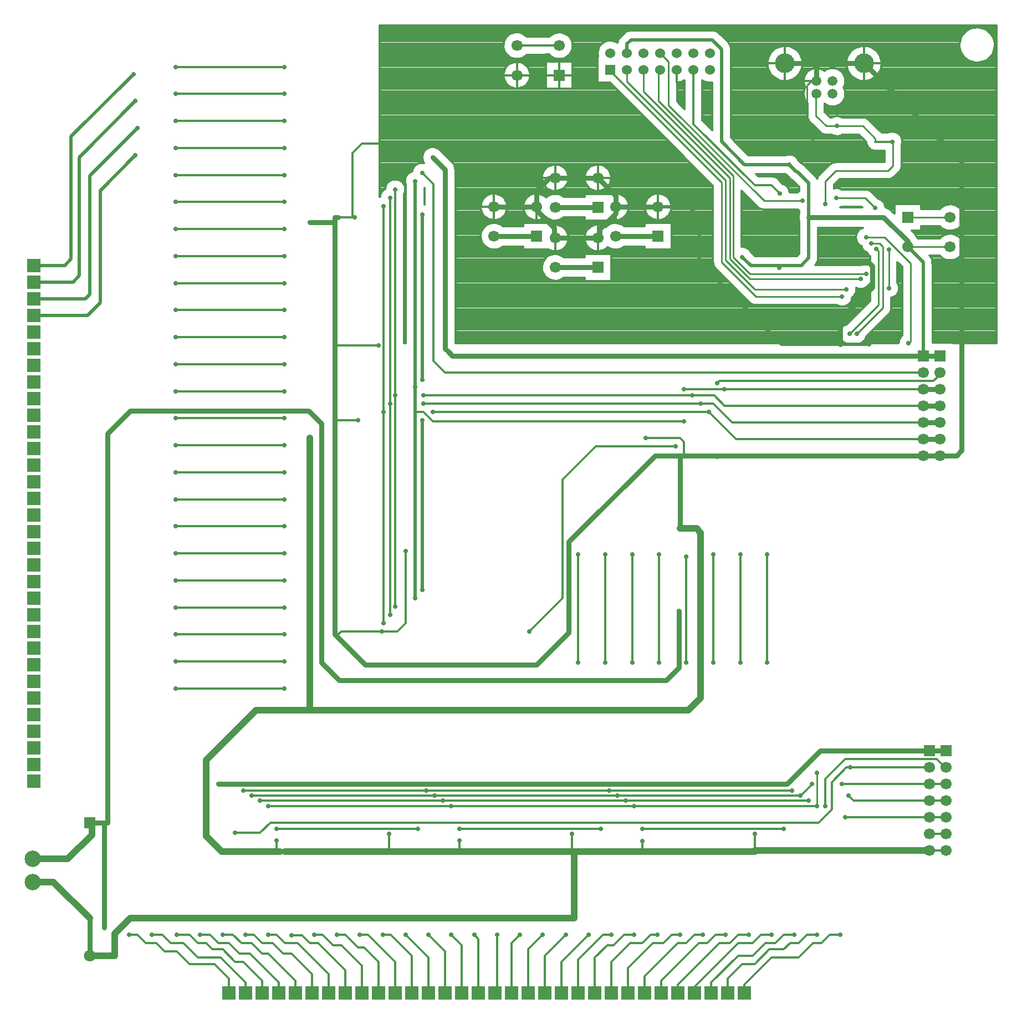
<source format=gbr>
G04 DipTrace 2.4.0.2*
%INBottom.gbr*%
%MOMM*%
%ADD10C,0.25*%
%ADD14C,0.5*%
%ADD15C,0.35*%
%ADD16C,0.75*%
%ADD17C,1.0*%
%ADD18C,0.33*%
%ADD25R,1.7X1.7*%
%ADD26C,1.7*%
%ADD27C,1.5*%
%ADD28C,3.0*%
%ADD31R,1.524X1.524*%
%ADD32C,1.524*%
%ADD33R,2.0X2.0*%
%ADD34C,1.8*%
%ADD35R,1.8X1.8*%
%ADD36C,2.5*%
%ADD45C,0.7*%
%FSLAX53Y53*%
G04*
G71*
G90*
G75*
G01*
%LNBottom*%
%LPD*%
X8890Y119380D2*
D14*
X13653D1*
X14605Y120332D1*
Y139065D1*
X24130Y148590D1*
X68263Y69850D2*
Y95726D1*
X66675Y8255D2*
D15*
Y13970D1*
X63468Y17177D1*
X62232D1*
X56515Y8255D2*
Y11748D1*
X52388Y15875D1*
X51118D1*
X49879Y17113D1*
X48262D1*
X53975Y8255D2*
Y11112D1*
X49213Y15875D1*
X47308D1*
X46038Y17145D1*
X44770D1*
X102235Y8255D2*
Y10795D1*
X107315Y15875D1*
X108585D1*
X109847Y17137D1*
X111127D1*
X8890Y111760D2*
D14*
X17145D1*
X19050Y113665D1*
Y130810D1*
X24448Y136208D1*
X8890Y114300D2*
X16828D1*
X17463Y114935D1*
Y133032D1*
X24765Y140335D1*
X8890Y116840D2*
X14923D1*
X15875Y117793D1*
Y135890D1*
X24448Y144463D1*
X68263Y101918D2*
Y127159D1*
X106998Y91758D2*
D15*
X94774D1*
X89694Y86677D1*
Y68580D1*
X84614Y63500D1*
X19685Y18256D2*
D16*
Y34290D1*
X20161D1*
Y93663D1*
X23654Y97155D1*
X38520D1*
X17463Y34290D2*
X19685D1*
X107461Y66618D2*
Y57931D1*
X105569Y56039D1*
X55562D1*
X52864Y58738D1*
Y95250D1*
X50959Y97155D1*
X38520D1*
X8731Y28734D2*
D17*
X14129D1*
X17780Y32385D1*
Y33973D1*
X17463Y34290D1*
X147320Y103028D2*
D15*
Y102711D1*
X146368Y101759D1*
X113665D1*
X113348Y101441D1*
X79695Y17155D2*
Y8575D1*
X79375Y8255D1*
X76835D2*
Y16512D1*
X76202Y17145D1*
X74295Y8255D2*
Y15560D1*
X72710Y17145D1*
X71755Y8255D2*
Y14637D1*
X69217Y17175D1*
X69215Y8255D2*
Y13655D1*
X65725Y17145D1*
X64135Y8255D2*
Y13018D1*
X59977Y17175D1*
X58740D1*
X61595Y8255D2*
Y13018D1*
X59373Y15240D1*
X58420D1*
X56515Y17145D1*
X55247D1*
X59055Y8255D2*
Y12383D1*
X55880Y15557D1*
X54610D1*
X53039Y17128D1*
X51755D1*
X85725Y123825D2*
D16*
X79225D1*
X51435Y8255D2*
D15*
Y11112D1*
X48260Y14288D1*
X46990D1*
X45403Y15875D1*
X43815D1*
X42545Y17145D1*
X41277D1*
X48895Y8255D2*
Y10160D1*
X44768Y14288D1*
X43815D1*
X42227Y15875D1*
X40640D1*
X39360Y17155D1*
X37785D1*
X46355Y8255D2*
Y9843D1*
X41910Y14288D1*
X40322D1*
X38735Y15875D1*
X37148D1*
X35877Y17145D1*
X34292D1*
X43815Y8255D2*
Y10160D1*
X40958Y13018D1*
X39688D1*
X37782Y14923D1*
X36195D1*
X35242Y15875D1*
X33973D1*
X32703Y17145D1*
X30800D1*
X41275Y8255D2*
Y9843D1*
X37465Y13653D1*
X33973D1*
X31750Y15875D1*
X29845D1*
X28575Y17145D1*
X26990D1*
X38735Y8255D2*
Y10478D1*
X36512Y12700D1*
X32703D1*
X30798Y14605D1*
X28893D1*
X27623Y15875D1*
X26035D1*
X24765Y17145D1*
X23497D1*
X81915Y8255D2*
Y15873D1*
X83187Y17145D1*
X84455Y8255D2*
Y14920D1*
X86680Y17145D1*
X86995Y8255D2*
Y13968D1*
X90172Y17145D1*
X89535Y8255D2*
Y13015D1*
X93665Y17145D1*
X92075Y8255D2*
Y13335D1*
X95892Y17152D1*
X97157D1*
X94615Y8255D2*
Y13653D1*
X96520Y15557D1*
X97473D1*
X99060Y17145D1*
X100650D1*
X97155Y8255D2*
Y13018D1*
X100013Y15875D1*
X101918D1*
X103188Y17145D1*
X104142D1*
X99695Y8255D2*
Y12065D1*
X103505Y15875D1*
X105093D1*
X106362Y17145D1*
X107635D1*
X104775Y8255D2*
Y10160D1*
X110490Y15875D1*
X111760D1*
X113030Y17145D1*
X114620D1*
X107315Y8255D2*
Y9525D1*
X113665Y15875D1*
X115252D1*
X116542Y17165D1*
X118112D1*
X109855Y8255D2*
Y9208D1*
X116522Y15875D1*
X118745D1*
X120015Y17145D1*
X121605D1*
X112395Y8255D2*
Y9843D1*
X116522Y13970D1*
X118745D1*
X120650Y15875D1*
X122237D1*
X123498Y17136D1*
X125097D1*
X114935Y8255D2*
Y10478D1*
X117158Y12700D1*
X119062D1*
X121285Y14923D1*
X123508D1*
X124460Y15875D1*
X125730D1*
X127000Y17145D1*
X128587D1*
X117475Y8255D2*
Y9525D1*
X121603Y13653D1*
X125730D1*
X127953Y15875D1*
X129222D1*
X130493Y17145D1*
X132083D1*
X148273Y42704D2*
Y42545D1*
X146844Y43974D1*
X132874D1*
X129857Y40958D1*
Y36830D1*
X123508Y33338D2*
X101918D1*
X95567D2*
X73978D1*
X67627D2*
X46038D1*
X142413Y126695D2*
D10*
X148913D1*
X95091Y128270D2*
D16*
X88591D1*
X97799Y123825D2*
X104299D1*
X88591Y119062D2*
X95091D1*
X30640Y149695D2*
D15*
X47155D1*
X30640Y145562D2*
X47155D1*
X30640Y141435D2*
X47155D1*
X30640Y137308D2*
X47155D1*
X30640Y133180D2*
X47155D1*
X30640Y129053D2*
X47155D1*
X30640Y124925D2*
X47155D1*
X30640Y120803D2*
X47155D1*
X30640Y116665D2*
X47155D1*
X30640Y112543D2*
X47155D1*
X30640Y108415D2*
X47155D1*
X30640Y104293D2*
X47155D1*
X30640Y100165D2*
X47155D1*
X30640Y96043D2*
X47155D1*
X30640Y91905D2*
X47155D1*
X30640Y87777D2*
X47155D1*
X30640Y83655D2*
X47155D1*
X30640Y79533D2*
X47155D1*
X30640Y75405D2*
X47155D1*
X30640Y71278D2*
X47155D1*
X30640Y67150D2*
X47155D1*
X30640Y63023D2*
X47155D1*
X30640Y58895D2*
X47155D1*
X30640Y54768D2*
X47155D1*
X92080Y58738D2*
Y75252D1*
X96207Y58738D2*
Y75252D1*
X100330Y58738D2*
Y75252D1*
X104462Y58738D2*
Y75252D1*
X108590Y58738D2*
Y74925D1*
X112718Y58738D2*
Y75252D1*
X116845Y58738D2*
Y75252D1*
X120973Y58738D2*
Y75252D1*
X145732Y45244D2*
D16*
X148273D1*
X37143Y40164D2*
X65088D1*
X93027D1*
X121075D1*
X123993D1*
X129073Y45244D1*
X148273D1*
X147320Y105568D2*
X144780D1*
Y105569D1*
X124735D1*
X104323D1*
X72845D1*
X72390Y106024D1*
X71755Y106659D1*
Y133985D1*
X69850Y135890D1*
X72390Y105886D2*
D14*
Y106024D1*
X148913Y122195D2*
D10*
X142413D1*
X144780Y105569D2*
D14*
Y119828D1*
X142413Y122195D1*
X117170Y120662D2*
X118506Y119325D1*
X122826D1*
X126152D1*
X127330Y120503D1*
Y126695D1*
Y131935D1*
X125586Y133679D1*
X125425D1*
X124312Y134792D1*
X117487D1*
X113994Y138285D1*
Y152415D1*
X112581Y153829D1*
X100171D1*
X99536Y153194D1*
Y151765D1*
X122826Y119015D2*
D10*
Y119325D1*
X142413Y122195D2*
D16*
Y123044D1*
X138762Y126695D1*
X127330D1*
X144780Y103029D2*
D15*
X71755D1*
X70009Y104775D1*
Y131763D1*
X68264Y133508D1*
X136062Y123679D2*
D10*
X138920D1*
X142875Y119724D1*
Y107788D1*
X142572Y107485D1*
X64135Y67310D2*
D15*
Y99561D1*
Y130969D1*
X109538Y99535D2*
X68421D1*
X147320Y97948D2*
D16*
X144780D1*
Y97949D1*
D15*
X114459D1*
X112873Y99535D1*
X109538D1*
X67151Y68580D2*
D14*
Y96996D1*
Y100805D1*
Y132239D1*
X108267Y95567D2*
D15*
X69850D1*
X68421Y96996D1*
X67151D1*
X144780Y100489D2*
D16*
X147320D1*
Y100488D1*
X144780Y100489D2*
D15*
X114436D1*
X108267D1*
X63341Y129698D2*
Y98266D1*
Y66040D1*
X110808Y98265D2*
X68421D1*
X144780Y95409D2*
D16*
X147320D1*
Y95408D1*
X144780Y95409D2*
D15*
X115570D1*
X112714Y98265D1*
X110808D1*
X139555Y121774D2*
D10*
Y115899D1*
X43498Y37624D2*
D15*
X71438D1*
X99382D1*
X127317D1*
X145732Y35084D2*
X148273D1*
X132874D1*
X136856Y122726D2*
D10*
X138126D1*
X138603Y122250D1*
Y112883D1*
X134634Y108913D1*
X39688Y32703D2*
D15*
X43498D1*
X45085Y34290D1*
X128776D1*
X130810Y36324D1*
Y40481D1*
X133032Y42704D1*
X133681D1*
X145732D1*
X137650Y121932D2*
D10*
X137968Y121615D1*
Y113359D1*
X133522Y108913D1*
X126048Y38417D2*
D15*
X98102D1*
X70183D1*
X42227D1*
X145732Y37624D2*
X148273D1*
X134144D1*
X133350Y38417D1*
X127794Y40164D2*
D10*
X126048Y38417D1*
X40958Y39211D2*
D15*
X68897D1*
X96818D1*
X124777D1*
X145732Y40164D2*
X148273D1*
X132397D1*
X145732Y30004D2*
X148273D1*
X46038Y31591D2*
Y30321D1*
X46514Y29845D1*
X47308D1*
D17*
X63223D1*
X73978D1*
X91123D1*
X91440D1*
X101918D1*
X119062D1*
Y30004D1*
X145732D1*
X73978Y31591D2*
D15*
Y29845D1*
X101918Y31433D2*
Y29845D1*
X35242Y36830D2*
D17*
Y32226D1*
X37624Y29845D1*
X46514D1*
X63183Y32544D2*
D15*
Y29885D1*
X63223Y29845D1*
X91123Y32544D2*
Y29845D1*
X119062Y32544D2*
Y30004D1*
X17463Y13970D2*
D16*
Y19685D1*
X147320Y90328D2*
X144780D1*
Y90329D1*
X57944Y126683D2*
D15*
X55404D1*
D16*
X54928D1*
Y125965D1*
Y107156D1*
Y95726D1*
Y63024D1*
X55192Y62760D1*
X59531Y58420D1*
X85725D1*
X90646Y63341D1*
Y77153D1*
X103823Y90329D1*
X107609D1*
X108267D1*
X113348D1*
X144780D1*
X51118Y125965D2*
X54928D1*
X58421Y95726D2*
D15*
X54928D1*
X62071Y63500D2*
X55932D1*
X55192Y62760D1*
X64934Y137949D2*
X59050D1*
X57626Y136525D1*
Y127000D1*
X57944Y126683D1*
X61595Y107156D2*
X54928D1*
X65728Y75719D2*
Y64775D1*
X64453Y63500D1*
X62071D1*
X102394Y93027D2*
X107633D1*
X108267Y92392D1*
Y90329D1*
X113348Y90170D2*
Y90329D1*
X107609Y79216D2*
D16*
Y90329D1*
Y79216D2*
D17*
X110173D1*
X110808Y78581D1*
Y53340D1*
X108902Y51435D1*
X51118D1*
X42863D1*
X35242Y43815D1*
Y36830D1*
X8731Y25234D2*
X11914D1*
X17463Y19685D1*
Y13970D2*
X21273D1*
Y17304D1*
X23654Y19685D1*
X91440D1*
Y29845D1*
X51118Y51435D2*
Y93027D1*
X128469Y147574D2*
D10*
X127730D1*
X127000Y146844D1*
Y139383D1*
X128588Y137795D1*
X131604D1*
X135890Y136525D2*
X132874D1*
X131604Y137795D1*
X127000Y136525D2*
X130334D1*
X131604Y137795D1*
X135745Y150225D2*
D16*
X128469D1*
X123680D1*
X128469Y147574D2*
Y150225D1*
X89217Y148431D2*
D15*
X82718D1*
X88591Y132770D2*
D16*
X95091D1*
X97799Y128325D2*
X104299D1*
X95091Y123562D2*
X88591D1*
X79225Y128325D2*
X85725D1*
Y127794D1*
X88424Y125095D1*
Y123730D1*
X88591Y123562D1*
X97799Y128325D2*
Y127326D1*
X95409Y124936D1*
Y123880D1*
X95091Y123562D1*
X97799Y128325D2*
Y130063D1*
X95091Y132770D1*
X88591D2*
X87685D1*
X85725Y130810D1*
Y128325D1*
X136539Y107326D2*
D14*
X132093D1*
X123179D1*
X110649Y119856D1*
Y126683D1*
X109006Y128325D1*
X104299D1*
X147320Y90328D2*
D16*
X149866D1*
X150669Y91132D1*
Y135300D1*
X135745Y150225D1*
X131661Y119754D2*
X136495D1*
X137015Y119233D1*
Y116058D1*
X132093Y111136D1*
Y107326D1*
X131534Y129667D2*
D10*
X135949D1*
X137491Y128124D1*
X136062Y118122D2*
X118281D1*
X115740Y120662D1*
Y133046D1*
X104309Y144477D1*
Y148918D1*
X104616Y149225D1*
X133046Y115740D2*
X119074D1*
X114629Y120186D1*
Y132411D1*
X99546Y147494D1*
Y149215D1*
X99536Y149225D1*
X132411Y114629D2*
X119233D1*
X113994Y119868D1*
Y132093D1*
X97006Y149081D1*
Y149215D1*
X96996Y149225D1*
X126378Y129236D2*
X120503D1*
X105897Y143842D1*
Y150484D1*
X104616Y151765D1*
X135269Y117328D2*
X118281D1*
X115264Y120345D1*
Y132728D1*
X102086Y145906D1*
Y149215D1*
X102076Y149225D1*
X131601Y140653D2*
X130016D1*
X128429Y142240D1*
Y145534D1*
X128469Y145574D1*
X140058Y138271D2*
D15*
X137477D1*
D10*
Y138748D1*
X135573Y140653D1*
X131601D1*
X129871Y128759D2*
Y132252D1*
X131458Y133840D1*
X139397D1*
X140190Y134634D1*
Y138271D1*
X140058D1*
X62389Y64770D2*
D15*
Y96995D1*
Y128429D1*
X112078Y96995D2*
X69850D1*
X147320Y92868D2*
D16*
X144780D1*
Y92869D1*
D15*
X116204D1*
X112078Y96995D1*
X128588Y36830D2*
X100633D1*
X72681D1*
X44768D1*
X145732Y32544D2*
X148273D1*
X128588Y41910D2*
D10*
Y36830D1*
X109696Y149225D2*
D15*
Y140970D1*
X119062Y131604D1*
X121628D1*
X122873Y130359D1*
X89217Y152931D2*
X82718D1*
D45*
X24130Y148590D3*
X68263Y69850D3*
Y95726D3*
X62232Y17177D3*
X48262Y17113D3*
X44770Y17145D3*
X111127Y17137D3*
X24448Y136208D3*
X24765Y140335D3*
X24448Y144463D3*
X68263Y101918D3*
Y127159D3*
X106998Y91758D3*
X84614Y63500D3*
X19685Y18256D3*
X38520Y97155D3*
X107461Y66618D3*
X38520Y97155D3*
X113348Y101441D3*
X79695Y17155D3*
X76202Y17145D3*
X72710D3*
X69217Y17175D3*
X65725Y17145D3*
X58740Y17175D3*
X55247Y17145D3*
X51755Y17128D3*
X41277Y17145D3*
X37785Y17155D3*
X34292Y17145D3*
X30800D3*
X26990D3*
X23497D3*
X83187D3*
X86680D3*
X90172D3*
X93665D3*
X97157Y17152D3*
X100650Y17145D3*
X104142D3*
X107635D3*
X114620D3*
X118112Y17165D3*
X121605Y17145D3*
X125097Y17136D3*
X128587Y17145D3*
X132083D3*
X129857Y36830D3*
X123508Y33338D3*
X101918D3*
X95567D3*
X73978D3*
X67627D3*
X46038D3*
X30640Y149695D3*
X47155D3*
X30640Y145562D3*
X47155D3*
X30640Y141435D3*
X47155D3*
X30640Y137308D3*
X47155D3*
X30640Y133180D3*
X47155D3*
X30640Y129053D3*
X47155D3*
X30640Y124925D3*
X47155D3*
X30640Y120803D3*
X47155D3*
X30640Y116665D3*
X47155D3*
X30640Y112543D3*
X47155D3*
X30640Y108415D3*
X47155D3*
X30640Y104293D3*
X47155D3*
X30640Y100165D3*
X47155D3*
X30640Y96043D3*
X47155D3*
X30640Y91905D3*
X47155D3*
X30640Y87777D3*
X47155D3*
X30640Y83655D3*
X47155D3*
X30640Y79533D3*
X47155D3*
X30640Y75405D3*
X47155D3*
X30640Y71278D3*
X47155D3*
X30640Y67150D3*
X47155D3*
X30640Y63023D3*
X47155D3*
X30640Y58895D3*
X47155D3*
X30640Y54768D3*
X47155D3*
X92080Y58738D3*
Y75252D3*
X96207Y58738D3*
Y75252D3*
X100330Y58738D3*
Y75252D3*
X104462Y58738D3*
Y75252D3*
X108590Y58738D3*
Y74925D3*
X112718Y58738D3*
Y75252D3*
X116845Y58738D3*
Y75252D3*
X120973Y58738D3*
Y75252D3*
X37143Y40164D3*
X65088D3*
X93027D3*
X121075D3*
X69850Y135890D3*
X72390Y105886D3*
X104323Y105569D3*
X121075Y40164D3*
X124735Y105569D3*
X117170Y120662D3*
X124312Y134792D3*
X122826Y119015D3*
X68264Y133508D3*
X136062Y123679D3*
X142572Y107485D3*
X64135Y67310D3*
Y130969D3*
Y99561D3*
X109538Y99535D3*
X68421D3*
X109538D3*
X67151Y68580D3*
Y132239D3*
Y100805D3*
X108267Y95567D3*
Y100489D3*
X114436D3*
X63341Y129698D3*
Y66040D3*
Y98266D3*
X110808Y98265D3*
X68421D3*
X110808D3*
X139555Y121774D3*
Y115899D3*
X43498Y37624D3*
X127317D3*
X132874Y35084D3*
X127317Y37624D3*
X99382D3*
X71438D3*
X136856Y122726D3*
X134634Y108913D3*
X132874Y35084D3*
X39688Y32703D3*
X137650Y121932D3*
X133522Y108913D3*
X133681Y42704D3*
X126048Y38417D3*
X42227D3*
X133350D3*
X98102D3*
X70183D3*
X127794Y40164D3*
X126048Y38417D3*
X40958Y39211D3*
X124777D3*
X132397Y40164D3*
X124777Y39211D3*
X96818D3*
X68897D3*
X46038Y31591D3*
X73978D3*
X101918Y31433D3*
X35242Y36830D3*
X63183Y32544D3*
X91123D3*
X119062D3*
X17463Y19685D3*
X57944Y126683D3*
X51118Y125965D3*
X58421Y95726D3*
X62071Y63500D3*
X64934Y137949D3*
X57944Y126683D3*
X61595Y107156D3*
X65728Y75719D3*
X62071Y63500D3*
X102394Y93027D3*
X113348Y90170D3*
X107609Y79216D3*
D3*
X35242Y36830D3*
X51118Y93027D3*
X131604Y137795D3*
X135890Y136525D3*
X127000D3*
X136539Y107326D3*
X131661Y119754D3*
X137491Y128124D3*
X131534Y129667D3*
X136062Y118122D3*
X133046Y115740D3*
X132411Y114629D3*
X126378Y129236D3*
X135269Y117328D3*
X131601Y140653D3*
X140058Y138271D3*
X131601Y140653D3*
X129871Y128759D3*
X140058Y138271D3*
X62389Y64770D3*
Y128429D3*
Y96995D3*
X112078D3*
X69850D3*
X112078D3*
X128588Y36830D3*
X44768D3*
X100633D3*
X72681D3*
X128588Y41910D3*
Y36830D3*
X122873Y130359D3*
D3*
X61805Y155688D2*
D15*
X152568D1*
X153502D2*
X156003D1*
X61805Y155342D2*
X151617D1*
X154454D2*
X156003D1*
X61805Y154995D2*
X99292D1*
X113460D2*
X151157D1*
X154913D2*
X156003D1*
X61805Y154648D2*
X81584D1*
X83852D2*
X88086D1*
X90349D2*
X98920D1*
X113832D2*
X150851D1*
X155219D2*
X156003D1*
X61805Y154302D2*
X81174D1*
X84262D2*
X87671D1*
X90759D2*
X98575D1*
X114176D2*
X150627D1*
X155444D2*
X156003D1*
X61805Y153955D2*
X80922D1*
X91016D2*
X98280D1*
X114526D2*
X150474D1*
X155597D2*
X156003D1*
X61805Y153608D2*
X80758D1*
X91175D2*
X96322D1*
X97672D2*
X98121D1*
X114871D2*
X150375D1*
X155695D2*
X156003D1*
X61805Y153262D2*
X80671D1*
X91262D2*
X95710D1*
X115194D2*
X150321D1*
X155750D2*
X156003D1*
X61805Y152915D2*
X80643D1*
X91290D2*
X95387D1*
X115380D2*
X150315D1*
X155755D2*
X156003D1*
X61805Y152568D2*
X80676D1*
X91257D2*
X95185D1*
X115462D2*
X122326D1*
X125032D2*
X134390D1*
X137096D2*
X150353D1*
X155717D2*
X156003D1*
X61805Y152222D2*
X80769D1*
X91164D2*
X95064D1*
X115467D2*
X121845D1*
X125513D2*
X133909D1*
X137583D2*
X150435D1*
X155635D2*
X156003D1*
X61805Y151875D2*
X80939D1*
X90994D2*
X95015D1*
X115467D2*
X121522D1*
X125836D2*
X133586D1*
X137900D2*
X150572D1*
X155493D2*
X156003D1*
X61805Y151528D2*
X81201D1*
X84230D2*
X87703D1*
X90732D2*
X95026D1*
X115467D2*
X121292D1*
X126066D2*
X133357D1*
X138130D2*
X150774D1*
X155296D2*
X156003D1*
X61805Y151182D2*
X81639D1*
X83798D2*
X88135D1*
X90300D2*
X95097D1*
X115467D2*
X121134D1*
X126230D2*
X133198D1*
X138294D2*
X151053D1*
X155017D2*
X156003D1*
X61805Y150835D2*
X95010D1*
X115467D2*
X121024D1*
X126334D2*
X133094D1*
X138398D2*
X151453D1*
X154618D2*
X156003D1*
X61805Y150488D2*
X95010D1*
X115467D2*
X120970D1*
X126388D2*
X133034D1*
X138458D2*
X152136D1*
X153934D2*
X156003D1*
X61805Y150142D2*
X81573D1*
X83863D2*
X87146D1*
X91290D2*
X95010D1*
X115467D2*
X120959D1*
X126405D2*
X133023D1*
X138469D2*
X156003D1*
X61805Y149795D2*
X81168D1*
X84268D2*
X87146D1*
X91290D2*
X95010D1*
X115467D2*
X120992D1*
X126366D2*
X133056D1*
X138436D2*
X156003D1*
X61805Y149448D2*
X80917D1*
X84519D2*
X87146D1*
X91290D2*
X95010D1*
X115467D2*
X121068D1*
X126290D2*
X127937D1*
X128997D2*
X130442D1*
X131496D2*
X133138D1*
X138354D2*
X156003D1*
X61805Y149102D2*
X80758D1*
X84678D2*
X87146D1*
X91290D2*
X95010D1*
X115467D2*
X121199D1*
X126159D2*
X127242D1*
X132196D2*
X133269D1*
X138223D2*
X156003D1*
X61805Y148755D2*
X80671D1*
X84766D2*
X87146D1*
X91290D2*
X95010D1*
X115467D2*
X121391D1*
X125967D2*
X126898D1*
X132541D2*
X133460D1*
X138031D2*
X156003D1*
X61805Y148408D2*
X80643D1*
X84793D2*
X87146D1*
X91290D2*
X95010D1*
X115467D2*
X121664D1*
X125699D2*
X126685D1*
X132754D2*
X133728D1*
X137763D2*
X156003D1*
X61805Y148062D2*
X80676D1*
X84760D2*
X87146D1*
X91290D2*
X95010D1*
X115467D2*
X122047D1*
X125311D2*
X126559D1*
X132880D2*
X134111D1*
X137375D2*
X156003D1*
X61805Y147715D2*
X80774D1*
X84662D2*
X87146D1*
X91290D2*
X95010D1*
X115467D2*
X122682D1*
X124676D2*
X126499D1*
X132940D2*
X134746D1*
X136746D2*
X156003D1*
X61805Y147368D2*
X80944D1*
X84492D2*
X87146D1*
X91290D2*
X95010D1*
X107789D2*
X108299D1*
X111098D2*
X111602D1*
X115467D2*
X126504D1*
X132929D2*
X156003D1*
X61805Y147022D2*
X81212D1*
X84224D2*
X87146D1*
X91290D2*
X97175D1*
X107248D2*
X108299D1*
X111098D2*
X112521D1*
X115467D2*
X126575D1*
X132863D2*
X156003D1*
X61805Y146675D2*
X81649D1*
X83787D2*
X87146D1*
X91290D2*
X97520D1*
X107248D2*
X108299D1*
X111098D2*
X112521D1*
X115467D2*
X126717D1*
X132721D2*
X156003D1*
X61805Y146328D2*
X97864D1*
X107248D2*
X108299D1*
X111098D2*
X112521D1*
X115467D2*
X126646D1*
X132792D2*
X156003D1*
X61805Y145982D2*
X98214D1*
X107248D2*
X108299D1*
X111098D2*
X112521D1*
X115467D2*
X126537D1*
X132901D2*
X156003D1*
X61805Y145635D2*
X98559D1*
X107248D2*
X108299D1*
X111098D2*
X112521D1*
X115467D2*
X126499D1*
X132940D2*
X156003D1*
X61805Y145288D2*
X98909D1*
X107248D2*
X108299D1*
X111098D2*
X112521D1*
X115467D2*
X126515D1*
X132923D2*
X156003D1*
X61805Y144942D2*
X99253D1*
X107248D2*
X108299D1*
X111098D2*
X112521D1*
X115467D2*
X126603D1*
X132836D2*
X156003D1*
X61805Y144595D2*
X99598D1*
X107248D2*
X108299D1*
X111098D2*
X112521D1*
X115467D2*
X126761D1*
X132677D2*
X156003D1*
X61805Y144248D2*
X99948D1*
X107384D2*
X108299D1*
X111098D2*
X112521D1*
X115467D2*
X127018D1*
X132420D2*
X156003D1*
X61805Y143902D2*
X100292D1*
X107729D2*
X108299D1*
X111098D2*
X112521D1*
X115467D2*
X127078D1*
X129779D2*
X129955D1*
X131983D2*
X156003D1*
X61805Y143555D2*
X100637D1*
X108079D2*
X108299D1*
X111098D2*
X112521D1*
X115467D2*
X127078D1*
X129779D2*
X156003D1*
X61805Y143208D2*
X100987D1*
X111098D2*
X112521D1*
X115467D2*
X127078D1*
X129779D2*
X156003D1*
X61805Y142862D2*
X101332D1*
X111098D2*
X112521D1*
X115467D2*
X127078D1*
X129779D2*
X156003D1*
X61805Y142515D2*
X101682D1*
X111098D2*
X112521D1*
X115467D2*
X127078D1*
X130047D2*
X156003D1*
X61805Y142168D2*
X102026D1*
X111098D2*
X112521D1*
X115467D2*
X127084D1*
X130391D2*
X131300D1*
X131901D2*
X156003D1*
X61805Y141822D2*
X102371D1*
X111098D2*
X112521D1*
X115467D2*
X127149D1*
X136205D2*
X156003D1*
X61805Y141475D2*
X102721D1*
X111152D2*
X112521D1*
X115467D2*
X127324D1*
X136642D2*
X156003D1*
X61805Y141128D2*
X103065D1*
X111502D2*
X112521D1*
X115467D2*
X127647D1*
X136992D2*
X156003D1*
X61805Y140782D2*
X103415D1*
X111847D2*
X112521D1*
X115467D2*
X127992D1*
X137337D2*
X156003D1*
X61805Y140435D2*
X103760D1*
X112197D2*
X112521D1*
X115467D2*
X128342D1*
X137681D2*
X156003D1*
X61805Y140088D2*
X104104D1*
X115467D2*
X128686D1*
X138031D2*
X156003D1*
X61805Y139742D2*
X104454D1*
X115467D2*
X129036D1*
X138376D2*
X139569D1*
X140547D2*
X156003D1*
X61805Y139395D2*
X104799D1*
X115467D2*
X129599D1*
X141143D2*
X156003D1*
X61805Y139048D2*
X105149D1*
X115467D2*
X135282D1*
X141422D2*
X156003D1*
X61805Y138702D2*
X105493D1*
X115648D2*
X135631D1*
X141569D2*
X156003D1*
X61805Y138355D2*
X105838D1*
X115992D2*
X135976D1*
X141630D2*
X156003D1*
X61805Y138008D2*
X106188D1*
X116342D2*
X136102D1*
X141608D2*
X156003D1*
X61805Y137662D2*
X106532D1*
X116687D2*
X136222D1*
X141537D2*
X156003D1*
X61805Y137315D2*
X69170D1*
X70530D2*
X106877D1*
X117031D2*
X136468D1*
X141537D2*
X156003D1*
X61805Y136968D2*
X68683D1*
X71017D2*
X107227D1*
X117381D2*
X137042D1*
X141537D2*
X156003D1*
X61805Y136622D2*
X68431D1*
X71367D2*
X107571D1*
X117726D2*
X138842D1*
X141537D2*
X156003D1*
X61805Y136275D2*
X68300D1*
X71712D2*
X107921D1*
X118076D2*
X123863D1*
X124759D2*
X138842D1*
X141537D2*
X156003D1*
X61805Y135928D2*
X68251D1*
X72056D2*
X108266D1*
X125382D2*
X138842D1*
X141537D2*
X156003D1*
X61805Y135582D2*
X68284D1*
X72406D2*
X108610D1*
X125666D2*
X138842D1*
X141537D2*
X156003D1*
X61805Y135235D2*
X68393D1*
X72751D2*
X108960D1*
X125940D2*
X138842D1*
X141537D2*
X156003D1*
X61805Y134888D2*
X67551D1*
X73068D2*
X109305D1*
X126399D2*
X130633D1*
X141537D2*
X156003D1*
X61805Y134542D2*
X67092D1*
X73254D2*
X87550D1*
X89633D2*
X94047D1*
X96135D2*
X109655D1*
X126793D2*
X130267D1*
X141537D2*
X156003D1*
X61805Y134195D2*
X66851D1*
X73341D2*
X87096D1*
X90087D2*
X93599D1*
X96584D2*
X109999D1*
X127137D2*
X129922D1*
X141466D2*
X156003D1*
X61805Y133848D2*
X66731D1*
X73352D2*
X86828D1*
X90355D2*
X93325D1*
X96857D2*
X110344D1*
X127487D2*
X129572D1*
X141280D2*
X156003D1*
X61805Y133502D2*
X66239D1*
X73352D2*
X86653D1*
X90530D2*
X93156D1*
X97026D2*
X110694D1*
X127832D2*
X129228D1*
X140952D2*
X156003D1*
X61805Y133155D2*
X65878D1*
X73352D2*
X86555D1*
X90628D2*
X93052D1*
X97130D2*
X111038D1*
X119476D2*
X123879D1*
X128182D2*
X128883D1*
X140607D2*
X156003D1*
X61805Y132808D2*
X65686D1*
X73352D2*
X86517D1*
X90666D2*
X93019D1*
X97163D2*
X111389D1*
X122303D2*
X124224D1*
X128510D2*
X128645D1*
X140246D2*
X156003D1*
X61805Y132462D2*
X63728D1*
X64542D2*
X65593D1*
X73352D2*
X86538D1*
X90639D2*
X93041D1*
X97141D2*
X111733D1*
X122735D2*
X124623D1*
X131972D2*
X156003D1*
X61805Y132115D2*
X63072D1*
X65198D2*
X65582D1*
X73352D2*
X86626D1*
X90557D2*
X93128D1*
X97059D2*
X112078D1*
X123080D2*
X125082D1*
X131627D2*
X156003D1*
X61805Y131768D2*
X62788D1*
X65483D2*
X65646D1*
X73352D2*
X86779D1*
X90404D2*
X93282D1*
X96901D2*
X112428D1*
X123528D2*
X125427D1*
X131277D2*
X156003D1*
X61805Y131422D2*
X62629D1*
X73352D2*
X87025D1*
X90158D2*
X93528D1*
X96655D2*
X112646D1*
X124020D2*
X125771D1*
X131217D2*
X156003D1*
X61805Y131075D2*
X62564D1*
X73352D2*
X87424D1*
X89759D2*
X93921D1*
X96261D2*
X112646D1*
X124272D2*
X125859D1*
X132191D2*
X156003D1*
X61805Y130728D2*
X62164D1*
X73352D2*
X112646D1*
X124403D2*
X125859D1*
X136757D2*
X156003D1*
X61805Y130382D2*
X61929D1*
X73352D2*
X112646D1*
X117091D2*
X117464D1*
X137129D2*
X156003D1*
X65532Y130035D2*
X65681D1*
X73352D2*
X78078D1*
X80369D2*
X84581D1*
X86871D2*
X87534D1*
X89649D2*
X93019D1*
X98946D2*
X103153D1*
X105443D2*
X112646D1*
X117091D2*
X117809D1*
X137473D2*
X156003D1*
X65532Y129688D2*
X65681D1*
X73352D2*
X77674D1*
X80773D2*
X84176D1*
X99351D2*
X102748D1*
X105848D2*
X112646D1*
X117091D2*
X118159D1*
X137818D2*
X156003D1*
X65532Y129342D2*
X65681D1*
X73352D2*
X77422D1*
X81025D2*
X83924D1*
X99602D2*
X102496D1*
X106099D2*
X112646D1*
X117091D2*
X118503D1*
X138469D2*
X156003D1*
X65532Y128995D2*
X65681D1*
X73352D2*
X77264D1*
X81183D2*
X83766D1*
X99761D2*
X102338D1*
X106258D2*
X112646D1*
X117091D2*
X118853D1*
X138797D2*
X156003D1*
X65532Y128648D2*
X65681D1*
X73352D2*
X77176D1*
X81271D2*
X83678D1*
X99848D2*
X102250D1*
X106345D2*
X112646D1*
X117091D2*
X119198D1*
X138972D2*
X140340D1*
X144484D2*
X148292D1*
X149532D2*
X156003D1*
X65532Y128302D2*
X65681D1*
X73352D2*
X77154D1*
X81298D2*
X83651D1*
X99870D2*
X102223D1*
X106373D2*
X112646D1*
X117091D2*
X119542D1*
X132278D2*
X135424D1*
X139054D2*
X140340D1*
X144484D2*
X147624D1*
X150205D2*
X156003D1*
X65532Y127955D2*
X65681D1*
X73352D2*
X77187D1*
X81266D2*
X83684D1*
X99837D2*
X102261D1*
X106340D2*
X112646D1*
X117091D2*
X120177D1*
X139721D2*
X140340D1*
X150549D2*
X156003D1*
X65532Y127608D2*
X65681D1*
X73352D2*
X77280D1*
X81167D2*
X83782D1*
X99744D2*
X102354D1*
X106241D2*
X112646D1*
X117091D2*
X125859D1*
X140093D2*
X140340D1*
X150773D2*
X156003D1*
X65532Y127262D2*
X65681D1*
X73352D2*
X77449D1*
X80998D2*
X83952D1*
X99575D2*
X102524D1*
X106072D2*
X112646D1*
X117091D2*
X125837D1*
X150905D2*
X156003D1*
X65532Y126915D2*
X65681D1*
X73352D2*
X77717D1*
X80735D2*
X84220D1*
X99307D2*
X102792D1*
X105804D2*
X112646D1*
X117091D2*
X125749D1*
X150976D2*
X156003D1*
X65532Y126568D2*
X65681D1*
X73352D2*
X78155D1*
X80292D2*
X84657D1*
X86794D2*
X87435D1*
X89748D2*
X93019D1*
X98869D2*
X103229D1*
X105366D2*
X112646D1*
X117091D2*
X125739D1*
X150981D2*
X156003D1*
X65532Y126222D2*
X65681D1*
X73352D2*
X112646D1*
X117091D2*
X125804D1*
X150932D2*
X156003D1*
X65532Y125875D2*
X65681D1*
X73352D2*
X112646D1*
X117091D2*
X125859D1*
X150817D2*
X156003D1*
X65532Y125528D2*
X65681D1*
X73352D2*
X78067D1*
X80380D2*
X83651D1*
X87801D2*
X88015D1*
X89168D2*
X94517D1*
X95665D2*
X96645D1*
X98952D2*
X102223D1*
X106373D2*
X112646D1*
X117091D2*
X125859D1*
X150620D2*
X156003D1*
X65532Y125182D2*
X65681D1*
X73352D2*
X77668D1*
X89862D2*
X93817D1*
X106373D2*
X112646D1*
X117091D2*
X125859D1*
X144484D2*
X147515D1*
X150314D2*
X156003D1*
X65532Y124835D2*
X65681D1*
X73352D2*
X77417D1*
X90218D2*
X93462D1*
X106373D2*
X112646D1*
X117091D2*
X125859D1*
X128805D2*
X135013D1*
X144484D2*
X148046D1*
X149784D2*
X156003D1*
X65532Y124488D2*
X65681D1*
X73352D2*
X77264D1*
X90442D2*
X93238D1*
X106373D2*
X112646D1*
X117091D2*
X125859D1*
X128805D2*
X134718D1*
X143216D2*
X156003D1*
X65532Y124142D2*
X65681D1*
X73352D2*
X77176D1*
X90579D2*
X93101D1*
X106373D2*
X112646D1*
X117091D2*
X125859D1*
X128805D2*
X134560D1*
X143560D2*
X148270D1*
X149554D2*
X156003D1*
X65532Y123795D2*
X65681D1*
X73352D2*
X77154D1*
X90650D2*
X93030D1*
X106373D2*
X112646D1*
X117091D2*
X125859D1*
X128805D2*
X134494D1*
X143817D2*
X147614D1*
X150210D2*
X156003D1*
X65532Y123448D2*
X65681D1*
X73352D2*
X77187D1*
X90661D2*
X93019D1*
X106373D2*
X112646D1*
X117091D2*
X125859D1*
X128805D2*
X134505D1*
X150555D2*
X156003D1*
X65532Y123102D2*
X65681D1*
X73352D2*
X77285D1*
X90612D2*
X93068D1*
X106373D2*
X112646D1*
X117091D2*
X125859D1*
X128805D2*
X134603D1*
X150773D2*
X156003D1*
X65532Y122755D2*
X65681D1*
X73352D2*
X77455D1*
X90497D2*
X93183D1*
X106373D2*
X112646D1*
X117091D2*
X125859D1*
X128805D2*
X134795D1*
X150910D2*
X156003D1*
X65532Y122408D2*
X65681D1*
X73352D2*
X77723D1*
X90305D2*
X93374D1*
X106373D2*
X112646D1*
X117091D2*
X125859D1*
X128805D2*
X135161D1*
X150976D2*
X156003D1*
X65532Y122062D2*
X65681D1*
X73352D2*
X78166D1*
X80281D2*
X83651D1*
X90005D2*
X93675D1*
X96507D2*
X96743D1*
X98859D2*
X102223D1*
X106373D2*
X112646D1*
X117841D2*
X125859D1*
X128805D2*
X135435D1*
X150981D2*
X156003D1*
X65532Y121715D2*
X65681D1*
X73352D2*
X87692D1*
X89491D2*
X94195D1*
X95987D2*
X112646D1*
X118327D2*
X125859D1*
X128805D2*
X135659D1*
X150932D2*
X156003D1*
X65532Y121368D2*
X65681D1*
X73352D2*
X112646D1*
X118573D2*
X125859D1*
X128805D2*
X136096D1*
X150812D2*
X156003D1*
X65532Y121022D2*
X65681D1*
X73352D2*
X87993D1*
X89190D2*
X93019D1*
X97163D2*
X112646D1*
X118880D2*
X125777D1*
X128805D2*
X136375D1*
X150615D2*
X156003D1*
X65532Y120675D2*
X65681D1*
X73352D2*
X87310D1*
X89873D2*
X93019D1*
X97163D2*
X112646D1*
X128805D2*
X136621D1*
X145977D2*
X147521D1*
X150309D2*
X156003D1*
X65532Y120328D2*
X65681D1*
X73352D2*
X86960D1*
X97163D2*
X112646D1*
X128794D2*
X136621D1*
X146163D2*
X148056D1*
X149767D2*
X156003D1*
X65532Y119982D2*
X65681D1*
X73352D2*
X86735D1*
X97163D2*
X112646D1*
X128707D2*
X136621D1*
X146245D2*
X156003D1*
X65532Y119635D2*
X65681D1*
X73352D2*
X86599D1*
X97163D2*
X112668D1*
X128510D2*
X135746D1*
X136374D2*
X136619D1*
X140902D2*
X141073D1*
X146256D2*
X156003D1*
X65532Y119288D2*
X65681D1*
X73352D2*
X86528D1*
X97163D2*
X112778D1*
X140902D2*
X141417D1*
X146256D2*
X156003D1*
X65532Y118942D2*
X65681D1*
X73352D2*
X86522D1*
X97163D2*
X113029D1*
X140902D2*
X141527D1*
X146256D2*
X156003D1*
X65532Y118595D2*
X65681D1*
X73352D2*
X86571D1*
X97163D2*
X113374D1*
X140902D2*
X141527D1*
X146256D2*
X156003D1*
X65532Y118248D2*
X65681D1*
X73352D2*
X86686D1*
X97163D2*
X113724D1*
X140902D2*
X141527D1*
X146256D2*
X156003D1*
X65532Y117902D2*
X65681D1*
X73352D2*
X86883D1*
X97163D2*
X114068D1*
X140902D2*
X141527D1*
X146256D2*
X156003D1*
X65532Y117555D2*
X65681D1*
X73352D2*
X87184D1*
X97163D2*
X114413D1*
X140902D2*
X141527D1*
X146256D2*
X156003D1*
X65532Y117208D2*
X65681D1*
X73352D2*
X87709D1*
X89474D2*
X93019D1*
X97163D2*
X114763D1*
X140902D2*
X141527D1*
X146256D2*
X156003D1*
X65532Y116862D2*
X65681D1*
X73352D2*
X115107D1*
X140902D2*
X141527D1*
X146256D2*
X156003D1*
X65532Y116515D2*
X65681D1*
X73352D2*
X115452D1*
X141001D2*
X141527D1*
X146256D2*
X156003D1*
X65532Y116168D2*
X65681D1*
X73352D2*
X115802D1*
X136314D2*
X136621D1*
X141105D2*
X141527D1*
X146256D2*
X156003D1*
X65532Y115822D2*
X65681D1*
X73352D2*
X116146D1*
X134619D2*
X134921D1*
X135619D2*
X136621D1*
X141126D2*
X141527D1*
X146256D2*
X156003D1*
X65532Y115475D2*
X65681D1*
X73352D2*
X116496D1*
X134597D2*
X136621D1*
X141072D2*
X141527D1*
X146256D2*
X156003D1*
X65532Y115128D2*
X65681D1*
X73352D2*
X116841D1*
X134493D2*
X136621D1*
X140924D2*
X141527D1*
X146256D2*
X156003D1*
X65532Y114782D2*
X65681D1*
X73352D2*
X117185D1*
X134285D2*
X136621D1*
X140651D2*
X141527D1*
X146256D2*
X156003D1*
X65532Y114435D2*
X65681D1*
X73352D2*
X117535D1*
X133973D2*
X136621D1*
X140066D2*
X141527D1*
X146256D2*
X156003D1*
X65532Y114088D2*
X65681D1*
X73352D2*
X117880D1*
X133886D2*
X136621D1*
X139951D2*
X141527D1*
X146256D2*
X156003D1*
X65532Y113742D2*
X65681D1*
X73352D2*
X118230D1*
X133705D2*
X136457D1*
X139951D2*
X141527D1*
X146256D2*
X156003D1*
X65532Y113395D2*
X65681D1*
X73352D2*
X118749D1*
X133366D2*
X136113D1*
X139951D2*
X141527D1*
X146256D2*
X156003D1*
X65532Y113048D2*
X65681D1*
X73352D2*
X135763D1*
X139951D2*
X141527D1*
X146256D2*
X156003D1*
X65532Y112702D2*
X65681D1*
X73352D2*
X135418D1*
X139940D2*
X141527D1*
X146256D2*
X156003D1*
X65532Y112355D2*
X65681D1*
X73352D2*
X135074D1*
X139841D2*
X141527D1*
X146256D2*
X156003D1*
X65532Y112008D2*
X65681D1*
X73352D2*
X134724D1*
X139617D2*
X141527D1*
X146256D2*
X156003D1*
X65532Y111662D2*
X65681D1*
X73352D2*
X134379D1*
X139273D2*
X141527D1*
X146256D2*
X156003D1*
X65532Y111315D2*
X65681D1*
X73352D2*
X134029D1*
X138928D2*
X141527D1*
X146256D2*
X156003D1*
X65532Y110968D2*
X65681D1*
X73352D2*
X133685D1*
X138583D2*
X141527D1*
X146256D2*
X156003D1*
X65532Y110622D2*
X65681D1*
X73352D2*
X133340D1*
X138234D2*
X141527D1*
X146256D2*
X156003D1*
X65532Y110275D2*
X65681D1*
X73352D2*
X132771D1*
X137889D2*
X141527D1*
X146256D2*
X156003D1*
X65532Y109928D2*
X65681D1*
X73352D2*
X132328D1*
X137539D2*
X141527D1*
X146256D2*
X156003D1*
X65532Y109582D2*
X65681D1*
X73352D2*
X132099D1*
X137194D2*
X141527D1*
X146256D2*
X156003D1*
X65532Y109235D2*
X65681D1*
X73352D2*
X131984D1*
X136850D2*
X141527D1*
X146256D2*
X156003D1*
X65532Y108888D2*
X65681D1*
X73352D2*
X131951D1*
X136500D2*
X141527D1*
X146256D2*
X156003D1*
X65532Y108542D2*
X65681D1*
X73352D2*
X131995D1*
X136161D2*
X141417D1*
X146256D2*
X156003D1*
X65532Y108195D2*
X65681D1*
X73352D2*
X132126D1*
X136030D2*
X141171D1*
X146256D2*
X156003D1*
X65532Y107848D2*
X65681D1*
X73352D2*
X132378D1*
X135778D2*
X141040D1*
X146256D2*
X156003D1*
X65532Y107502D2*
X65681D1*
X73352D2*
X132875D1*
X135280D2*
X140996D1*
X149395D2*
X156003D1*
X140549Y128734D2*
X144452D1*
Y128007D1*
X147351Y128009D1*
X147633Y128283D1*
X147923Y128478D1*
X148242Y128621D1*
X148581Y128707D1*
X148930Y128734D1*
X149278Y128701D1*
X149615Y128610D1*
X149932Y128462D1*
X150218Y128262D1*
X150467Y128016D1*
X150670Y127731D1*
X150821Y127416D1*
X150916Y127079D1*
X150952Y126732D1*
X150945Y126520D1*
X150885Y126176D1*
X150767Y125847D1*
X150595Y125543D1*
X150374Y125272D1*
X150109Y125044D1*
X149809Y124864D1*
X149483Y124738D1*
X149141Y124669D1*
X148791Y124660D1*
X148445Y124711D1*
X148113Y124820D1*
X147805Y124984D1*
X147529Y125199D1*
X147353Y125386D1*
X146638Y125381D1*
X144456D1*
X144452Y124656D1*
X143014D1*
X143519Y124150D1*
X143636Y124019D1*
X143737Y123877D1*
X143819Y123728D1*
X143970Y123511D1*
X147351Y123509D1*
X147633Y123783D1*
X147923Y123978D1*
X148242Y124121D1*
X148581Y124207D1*
X148930Y124234D1*
X149278Y124201D1*
X149615Y124110D1*
X149932Y123962D1*
X150218Y123762D1*
X150467Y123516D1*
X150670Y123231D1*
X150821Y122916D1*
X150916Y122579D1*
X150952Y122232D1*
X150945Y122020D1*
X150885Y121676D1*
X150767Y121347D1*
X150595Y121043D1*
X150374Y120772D1*
X150109Y120544D1*
X149809Y120364D1*
X149483Y120238D1*
X149141Y120169D1*
X148791Y120160D1*
X148445Y120211D1*
X148113Y120320D1*
X147805Y120484D1*
X147529Y120699D1*
X147353Y120886D1*
X146638Y120881D1*
X145758D1*
X145913Y120715D1*
X146013Y120571D1*
X146094Y120416D1*
X146155Y120252D1*
X146196Y120082D1*
X146212Y119974D1*
X146219Y119303D1*
Y107606D1*
X146819Y107608D1*
X149359Y107607D1*
Y107493D1*
X152530Y107490D1*
X156035D1*
Y156035D1*
X61770D1*
Y129834D1*
X61807Y129853D1*
X61858Y130108D1*
X61914Y130273D1*
X61989Y130431D1*
X62081Y130580D1*
X62189Y130718D1*
X62312Y130842D1*
X62449Y130951D1*
X62601Y131047D1*
X62615Y131208D1*
X62652Y131379D1*
X62708Y131544D1*
X62782Y131703D1*
X62874Y131851D1*
X62983Y131989D1*
X63106Y132113D1*
X63242Y132222D1*
X63390Y132316D1*
X63548Y132391D1*
X63713Y132449D1*
X63884Y132487D1*
X64058Y132506D1*
X64233Y132505D1*
X64406Y132484D1*
X64576Y132443D1*
X64741Y132383D1*
X64897Y132306D1*
X65044Y132210D1*
X65179Y132099D1*
X65301Y131974D1*
X65407Y131835D1*
X65497Y131685D1*
X65570Y131526D1*
X65624Y131359D1*
X65658Y131188D1*
X65674Y130969D1*
X65664Y130794D1*
X65634Y130622D1*
X65585Y130454D1*
X65499Y130259D1*
Y107491D1*
X65714Y107490D1*
X65712Y131698D1*
X65639Y131955D1*
X65616Y132129D1*
X65614Y132304D1*
X65631Y132478D1*
X65668Y132649D1*
X65724Y132814D1*
X65799Y132973D1*
X65891Y133121D1*
X65999Y133259D1*
X66122Y133383D1*
X66259Y133492D1*
X66407Y133586D1*
X66564Y133661D1*
X66735Y133720D1*
X66780Y133918D1*
X66836Y134083D1*
X66911Y134241D1*
X67003Y134390D1*
X67111Y134528D1*
X67235Y134652D1*
X67371Y134761D1*
X67519Y134854D1*
X67677Y134930D1*
X67842Y134988D1*
X68013Y135026D1*
X68186Y135045D1*
X68361Y135043D1*
X68551Y135019D1*
X68442Y135210D1*
X68374Y135372D1*
X68326Y135540D1*
X68296Y135712D1*
X68286Y135887D1*
X68295Y136061D1*
X68324Y136234D1*
X68372Y136402D1*
X68439Y136564D1*
X68523Y136717D1*
X68623Y136860D1*
X68739Y136991D1*
X68869Y137108D1*
X69011Y137210D1*
X69164Y137296D1*
X69325Y137363D1*
X69493Y137413D1*
X69665Y137443D1*
X69840Y137454D1*
X70015Y137445D1*
X70187Y137417D1*
X70356Y137370D1*
X70518Y137304D1*
X70671Y137221D1*
X70815Y137121D1*
X71080Y136872D1*
X72861Y135091D1*
X72978Y134960D1*
X73079Y134818D1*
X73163Y134665D1*
X73231Y134503D1*
X73279Y134335D1*
X73309Y134163D1*
X73319Y133810D1*
Y107489D1*
X132935Y107490D1*
X132666Y107634D1*
X132527Y107740D1*
X132400Y107860D1*
X132288Y107994D1*
X132191Y108140D1*
X132112Y108296D1*
X132051Y108460D1*
X132010Y108630D1*
X131987Y108804D1*
X131985Y108978D1*
X132002Y109152D1*
X132039Y109323D1*
X132095Y109489D1*
X132170Y109647D1*
X132262Y109796D1*
X132370Y109933D1*
X132493Y110058D1*
X132630Y110167D1*
X132778Y110260D1*
X132935Y110336D1*
X133159Y110407D1*
X136657Y113907D1*
X136654Y116509D1*
X136651Y116652D1*
X136566Y116499D1*
X136463Y116358D1*
X136345Y116228D1*
X136214Y116113D1*
X136070Y116014D1*
X135915Y115932D1*
X135753Y115867D1*
X135584Y115822D1*
X135411Y115796D1*
X135236Y115789D1*
X135062Y115803D1*
X134890Y115836D1*
X134723Y115889D1*
X134568Y115958D1*
X134585Y115740D1*
X134575Y115566D1*
X134545Y115393D1*
X134496Y115226D1*
X134428Y115064D1*
X134343Y114912D1*
X134240Y114770D1*
X134123Y114641D1*
X133941Y114491D1*
X133910Y114282D1*
X133861Y114114D1*
X133793Y113953D1*
X133708Y113800D1*
X133605Y113659D1*
X133488Y113529D1*
X133356Y113414D1*
X133212Y113315D1*
X133058Y113232D1*
X132895Y113168D1*
X132726Y113123D1*
X132553Y113097D1*
X132378Y113090D1*
X132204Y113104D1*
X132032Y113137D1*
X131865Y113190D1*
X131616Y113314D1*
X119233Y113315D1*
X119059Y113327D1*
X118887Y113361D1*
X118722Y113418D1*
X118566Y113497D1*
X118421Y113596D1*
X118180Y113824D1*
X113065Y118939D1*
X112950Y119071D1*
X112853Y119216D1*
X112777Y119374D1*
X112722Y119540D1*
X112689Y119712D1*
X112680Y120043D1*
Y131544D1*
X110714Y133515D1*
X96951Y147278D1*
X95272Y147274D1*
X95045D1*
Y151176D1*
X95138D1*
X95077Y151413D1*
X95045Y151761D1*
X95076Y152109D1*
X95168Y152446D1*
X95319Y152761D1*
X95524Y153045D1*
X95776Y153287D1*
X96067Y153480D1*
X96388Y153619D1*
X96728Y153698D1*
X97077Y153714D1*
X97424Y153669D1*
X97757Y153562D1*
X98065Y153397D1*
X98108Y153368D1*
X98140Y153540D1*
X98192Y153707D1*
X98264Y153866D1*
X98355Y154016D1*
X98421Y154103D1*
X98890Y154583D1*
X99285Y154962D1*
X99429Y155061D1*
X99584Y155142D1*
X99747Y155204D1*
X99917Y155245D1*
X100026Y155260D1*
X100696Y155268D1*
X112581D1*
X112755Y155257D1*
X112927Y155225D1*
X113094Y155173D1*
X113253Y155101D1*
X113403Y155010D1*
X113490Y154944D1*
X113969Y154475D1*
X115011Y153433D1*
X115127Y153302D1*
X115227Y153158D1*
X115308Y153003D1*
X115369Y152839D1*
X115410Y152669D1*
X115426Y152561D1*
X115433Y151890D1*
Y138880D1*
X118086Y136228D1*
X122037Y136231D1*
X123770D1*
X124060Y136311D1*
X124234Y136329D1*
X124409Y136328D1*
X124583Y136307D1*
X124753Y136267D1*
X124917Y136207D1*
X125074Y136129D1*
X125221Y136034D1*
X125356Y135923D1*
X125477Y135797D1*
X125584Y135658D1*
X125712Y135424D1*
X126130Y135009D1*
X126353Y134897D1*
X126495Y134794D1*
X126974Y134326D1*
X128348Y132952D1*
X128464Y132821D1*
X128566Y132672D1*
X128618Y132650D1*
X128682Y132812D1*
X128767Y132965D1*
X128941Y133181D1*
X130529Y134769D1*
X130661Y134884D1*
X130806Y134981D1*
X130964Y135057D1*
X131130Y135112D1*
X131302Y135144D1*
X131633Y135154D1*
X138857D1*
X138876Y135334D1*
Y136903D1*
X137958Y136907D1*
X137303Y136918D1*
X137131Y136952D1*
X136965Y137007D1*
X136808Y137083D1*
X136661Y137178D1*
X136528Y137292D1*
X136411Y137421D1*
X136311Y137565D1*
X136230Y137720D1*
X136170Y137884D1*
X136131Y138055D1*
X136115Y138256D1*
X135029Y139338D1*
X132402D1*
X132248Y139256D1*
X132085Y139192D1*
X131916Y139146D1*
X131744Y139120D1*
X131569Y139114D1*
X131394Y139127D1*
X131223Y139161D1*
X131056Y139213D1*
X130807Y139337D1*
X130016Y139339D1*
X129842Y139350D1*
X129670Y139385D1*
X129505Y139442D1*
X129349Y139521D1*
X129204Y139619D1*
X128963Y139847D1*
X127500Y141311D1*
X127384Y141442D1*
X127288Y141588D1*
X127211Y141745D1*
X127156Y141912D1*
X127124Y142083D1*
X127115Y142415D1*
X127111Y144190D1*
X126885Y144456D1*
X126710Y144758D1*
X126592Y145087D1*
X126535Y145432D1*
X126541Y145782D1*
X126610Y146125D1*
X126739Y146449D1*
X126806Y146568D1*
X126681Y146822D1*
X126601Y147054D1*
X126550Y147293D1*
X126530Y147537D1*
X126541Y147782D1*
X126583Y148023D1*
X126654Y148257D1*
X126755Y148480D1*
X126883Y148689D1*
X127036Y148880D1*
X127212Y149050D1*
X127408Y149197D1*
X127621Y149318D1*
X127848Y149411D1*
X128084Y149474D1*
X128327Y149508D1*
X128571Y149510D1*
X128815Y149482D1*
X129052Y149423D1*
X129281Y149335D1*
X129496Y149218D1*
X129720Y149055D1*
X129938Y149216D1*
X130249Y149374D1*
X130584Y149474D1*
X130931Y149512D1*
X131280Y149488D1*
X131619Y149401D1*
X131936Y149254D1*
X132222Y149053D1*
X132467Y148804D1*
X132664Y148515D1*
X132805Y148196D1*
X132887Y147856D1*
X132908Y147574D1*
X132876Y147226D1*
X132783Y146889D1*
X132627Y146570D1*
X132742Y146359D1*
X132854Y146028D1*
X132905Y145682D1*
X132900Y145399D1*
X132837Y145055D1*
X132714Y144728D1*
X132534Y144429D1*
X132303Y144166D1*
X132028Y143950D1*
X131719Y143786D1*
X131386Y143680D1*
X131040Y143636D1*
X130691Y143655D1*
X130351Y143736D1*
X130031Y143877D1*
X129746Y144070D1*
X129743Y142783D1*
X130561Y141966D1*
X130798D1*
X131014Y142075D1*
X131179Y142133D1*
X131350Y142171D1*
X131524Y142190D1*
X131699Y142188D1*
X131872Y142167D1*
X132043Y142127D1*
X132207Y142067D1*
X132396Y141969D1*
X135573Y141966D1*
X135747Y141955D1*
X135918Y141920D1*
X136084Y141863D1*
X136240Y141784D1*
X136384Y141686D1*
X136625Y141458D1*
X138447Y139633D1*
X139342Y139635D1*
X139636Y139751D1*
X139806Y139790D1*
X139980Y139808D1*
X140155Y139807D1*
X140329Y139786D1*
X140499Y139746D1*
X140663Y139686D1*
X140820Y139608D1*
X140967Y139513D1*
X141102Y139402D1*
X141223Y139276D1*
X141330Y139137D1*
X141420Y138987D1*
X141492Y138828D1*
X141546Y138662D1*
X141581Y138490D1*
X141597Y138271D1*
X141587Y138097D1*
X141557Y137924D1*
X141504Y137746D1*
Y134634D1*
X141493Y134459D1*
X141458Y134288D1*
X141401Y134122D1*
X141322Y133966D1*
X141224Y133822D1*
X140996Y133581D1*
X140326Y132911D1*
X140194Y132795D1*
X140048Y132699D1*
X139891Y132622D1*
X139725Y132567D1*
X139553Y132535D1*
X139222Y132526D1*
X131997D1*
X131185Y131708D1*
Y131164D1*
X131457Y131204D1*
X131631Y131203D1*
X131805Y131182D1*
X131975Y131141D1*
X132140Y131082D1*
X132328Y130983D1*
X135949Y130981D1*
X136123Y130969D1*
X136295Y130934D1*
X136460Y130877D1*
X136616Y130799D1*
X136761Y130700D1*
X137002Y130472D1*
X137856Y129618D1*
X138097Y129539D1*
X138254Y129461D1*
X138401Y129366D1*
X138536Y129255D1*
X138657Y129129D1*
X138764Y128990D1*
X138854Y128840D1*
X138926Y128681D1*
X138980Y128515D1*
X139024Y128240D1*
X139267Y128175D1*
X139429Y128110D1*
X139583Y128026D1*
X139727Y127926D1*
X139991Y127677D1*
X140374Y127295D1*
Y128734D1*
X140549D1*
X93227Y130309D2*
X97130D1*
Y130249D1*
X97329Y130309D1*
X97605Y130355D1*
X97885Y130362D1*
X98163Y130331D1*
X98434Y130262D1*
X98694Y130157D1*
X98936Y130017D1*
X99157Y129846D1*
X99352Y129646D1*
X99519Y129420D1*
X99652Y129175D1*
X99751Y128913D1*
X99813Y128640D1*
X99837Y128361D1*
X99823Y128081D1*
X99771Y127806D1*
X99681Y127541D1*
X99556Y127291D1*
X99398Y127060D1*
X99209Y126853D1*
X98995Y126674D1*
X98757Y126525D1*
X98502Y126411D1*
X98233Y126333D1*
X97956Y126292D1*
X97677Y126290D1*
X97399Y126326D1*
X97130Y126399D1*
Y126231D1*
X93052D1*
Y126707D1*
X89901Y126706D1*
X89641Y126522D1*
X89327Y126368D1*
X88991Y126271D1*
X88644Y126232D1*
X88295Y126253D1*
X87955Y126333D1*
X87633Y126470D1*
X87340Y126660D1*
X87133Y126847D1*
X86892Y126653D1*
X86652Y126509D1*
X86395Y126399D1*
X86125Y126326D1*
X85848Y126290D1*
X85568Y126292D1*
X85291Y126333D1*
X85023Y126411D1*
X84767Y126525D1*
X84530Y126673D1*
X84315Y126852D1*
X84127Y127059D1*
X83968Y127290D1*
X83843Y127540D1*
X83753Y127805D1*
X83701Y128080D1*
X83686Y128359D1*
X83710Y128638D1*
X83772Y128911D1*
X83871Y129173D1*
X84004Y129419D1*
X84170Y129644D1*
X84365Y129844D1*
X84586Y130016D1*
X84828Y130156D1*
X85087Y130262D1*
X85358Y130331D1*
X85636Y130362D1*
X85916Y130355D1*
X86192Y130310D1*
X86460Y130227D1*
X86713Y130109D1*
X86948Y129957D1*
X87160Y129774D1*
X87187Y129747D1*
X87452Y129961D1*
X87758Y130131D1*
X88088Y130246D1*
X88433Y130303D1*
X88782Y130300D1*
X89126Y130238D1*
X89455Y130117D1*
X89757Y129943D1*
X89901Y129833D1*
X93048Y129834D1*
X93052Y130309D1*
X93227D1*
X97130Y132735D2*
X97106Y132456D1*
X97044Y132183D1*
X96945Y131922D1*
X96812Y131676D1*
X96646Y131451D1*
X96451Y131250D1*
X96230Y131078D1*
X95987Y130939D1*
X95728Y130833D1*
X95457Y130764D1*
X95179Y130733D1*
X94899Y130740D1*
X94623Y130785D1*
X94356Y130868D1*
X94103Y130987D1*
X93868Y131139D1*
X93656Y131322D1*
X93471Y131532D1*
X93317Y131765D1*
X93196Y132018D1*
X93111Y132284D1*
X93063Y132560D1*
X93053Y132839D1*
X93082Y133118D1*
X93149Y133389D1*
X93252Y133649D1*
X93389Y133893D1*
X93559Y134115D1*
X93758Y134312D1*
X93981Y134481D1*
X94226Y134616D1*
X94487Y134717D1*
X94759Y134782D1*
X95038Y134808D1*
X95317Y134796D1*
X95593Y134746D1*
X95858Y134659D1*
X96110Y134536D1*
X96342Y134380D1*
X96551Y134194D1*
X96732Y133981D1*
X96882Y133745D1*
X96999Y133490D1*
X97079Y133223D1*
X97123Y132946D1*
X97130Y132735D1*
X90630D2*
X90606Y132456D1*
X90544Y132183D1*
X90445Y131922D1*
X90312Y131676D1*
X90146Y131451D1*
X89951Y131250D1*
X89730Y131078D1*
X89487Y130939D1*
X89228Y130833D1*
X88957Y130764D1*
X88679Y130733D1*
X88399Y130740D1*
X88123Y130785D1*
X87856Y130868D1*
X87603Y130987D1*
X87368Y131139D1*
X87156Y131322D1*
X86971Y131532D1*
X86817Y131765D1*
X86696Y132018D1*
X86611Y132284D1*
X86563Y132560D1*
X86553Y132839D1*
X86582Y133118D1*
X86649Y133389D1*
X86752Y133649D1*
X86889Y133893D1*
X87059Y134115D1*
X87258Y134312D1*
X87481Y134481D1*
X87726Y134616D1*
X87987Y134717D1*
X88259Y134782D1*
X88538Y134808D1*
X88817Y134796D1*
X89092Y134746D1*
X89358Y134659D1*
X89610Y134536D1*
X89842Y134380D1*
X90051Y134194D1*
X90232Y133981D1*
X90382Y133745D1*
X90499Y133490D1*
X90579Y133223D1*
X90623Y132946D1*
X90630Y132735D1*
X83861Y125864D2*
X87764D1*
Y125421D1*
X87888Y125476D1*
X88156Y125555D1*
X88433Y125595D1*
X88713Y125598D1*
X88990Y125562D1*
X89260Y125489D1*
X89517Y125379D1*
X89757Y125235D1*
X89975Y125060D1*
X90167Y124856D1*
X90330Y124628D1*
X90459Y124380D1*
X90553Y124117D1*
X90611Y123843D1*
X90630Y123562D1*
X90611Y123283D1*
X90554Y123010D1*
X90460Y122746D1*
X90330Y122498D1*
X90168Y122270D1*
X89976Y122066D1*
X89759Y121891D1*
X89519Y121747D1*
X89261Y121637D1*
X88991Y121563D1*
X88714Y121527D1*
X88434Y121530D1*
X88157Y121570D1*
X87889Y121648D1*
X87633Y121763D1*
X87589Y121786D1*
X83686D1*
Y122262D1*
X80535Y122261D1*
X80275Y122077D1*
X79961Y121923D1*
X79625Y121826D1*
X79278Y121787D1*
X78929Y121808D1*
X78589Y121888D1*
X78267Y122025D1*
X77974Y122215D1*
X77717Y122452D1*
X77505Y122730D1*
X77343Y123040D1*
X77237Y123373D1*
X77189Y123719D1*
X77201Y124069D1*
X77272Y124411D1*
X77401Y124736D1*
X77583Y125034D1*
X77814Y125297D1*
X78086Y125516D1*
X78392Y125686D1*
X78722Y125801D1*
X79067Y125858D1*
X79416Y125855D1*
X79760Y125793D1*
X80088Y125672D1*
X80391Y125498D1*
X80534Y125388D1*
X83682Y125389D1*
X83686Y125864D1*
X83861D1*
X81264Y128290D2*
X81240Y128011D1*
X81178Y127738D1*
X81079Y127477D1*
X80946Y127231D1*
X80780Y127006D1*
X80584Y126805D1*
X80363Y126633D1*
X80121Y126493D1*
X79862Y126388D1*
X79591Y126319D1*
X79313Y126288D1*
X79033Y126295D1*
X78757Y126340D1*
X78490Y126423D1*
X78236Y126542D1*
X78002Y126694D1*
X77790Y126877D1*
X77605Y127087D1*
X77451Y127320D1*
X77330Y127573D1*
X77245Y127839D1*
X77197Y128115D1*
X77187Y128394D1*
X77216Y128673D1*
X77282Y128944D1*
X77385Y129204D1*
X77523Y129448D1*
X77693Y129670D1*
X77891Y129867D1*
X78115Y130035D1*
X78360Y130171D1*
X78621Y130272D1*
X78893Y130337D1*
X79171Y130363D1*
X79451Y130351D1*
X79726Y130301D1*
X79992Y130214D1*
X80243Y130091D1*
X80476Y129935D1*
X80684Y129749D1*
X80866Y129536D1*
X81016Y129300D1*
X81132Y129046D1*
X81213Y128778D1*
X81256Y128501D1*
X81264Y128290D1*
X102435Y125864D2*
X106338D1*
Y121786D1*
X102260D1*
Y122262D1*
X99109Y122261D1*
X98849Y122077D1*
X98535Y121923D1*
X98199Y121826D1*
X97852Y121787D1*
X97503Y121808D1*
X97162Y121888D1*
X96841Y122025D1*
X96597Y122180D1*
X96398Y121997D1*
X96171Y121833D1*
X95924Y121701D1*
X95661Y121605D1*
X95388Y121545D1*
X95109Y121524D1*
X94830Y121540D1*
X94555Y121595D1*
X94291Y121687D1*
X94042Y121814D1*
X93813Y121974D1*
X93607Y122164D1*
X93430Y122381D1*
X93284Y122619D1*
X93171Y122876D1*
X93096Y123145D1*
X93057Y123422D1*
Y123702D1*
X93095Y123979D1*
X93171Y124248D1*
X93283Y124505D1*
X93429Y124743D1*
X93606Y124960D1*
X93811Y125150D1*
X94041Y125310D1*
X94290Y125437D1*
X94554Y125529D1*
X94828Y125585D1*
X95108Y125601D1*
X95387Y125580D1*
X95660Y125521D1*
X95923Y125424D1*
X96170Y125293D1*
X96299Y125205D1*
X96519Y125412D1*
X96809Y125608D1*
X97128Y125751D1*
X97467Y125837D1*
X97815Y125864D1*
X98163Y125831D1*
X98501Y125739D1*
X98817Y125591D1*
X99108Y125388D1*
X102256Y125389D1*
X102260Y125864D1*
X102435D1*
X106337Y128290D2*
X106313Y128011D1*
X106252Y127738D1*
X106153Y127477D1*
X106019Y127231D1*
X105853Y127006D1*
X105658Y126805D1*
X105437Y126633D1*
X105195Y126493D1*
X104936Y126388D1*
X104665Y126319D1*
X104387Y126288D1*
X104107Y126295D1*
X103831Y126340D1*
X103564Y126423D1*
X103310Y126542D1*
X103075Y126694D1*
X102864Y126877D1*
X102679Y127087D1*
X102525Y127320D1*
X102404Y127573D1*
X102319Y127839D1*
X102271Y128115D1*
X102261Y128394D1*
X102290Y128673D1*
X102356Y128944D1*
X102459Y129204D1*
X102597Y129448D1*
X102767Y129670D1*
X102965Y129867D1*
X103189Y130035D1*
X103433Y130171D1*
X103694Y130272D1*
X103967Y130337D1*
X104245Y130363D1*
X104525Y130351D1*
X104800Y130301D1*
X105066Y130214D1*
X105317Y130091D1*
X105549Y129935D1*
X105758Y129749D1*
X105939Y129536D1*
X106090Y129300D1*
X106206Y129046D1*
X106287Y128778D1*
X106330Y128501D1*
X106337Y128290D1*
X93227Y121102D2*
X97130D1*
Y117024D1*
X93052D1*
Y117499D1*
X89901Y117498D1*
X89641Y117315D1*
X89327Y117161D1*
X88991Y117063D1*
X88644Y117024D1*
X88295Y117045D1*
X87955Y117125D1*
X87633Y117263D1*
X87340Y117453D1*
X87083Y117690D1*
X86871Y117968D1*
X86709Y118278D1*
X86603Y118611D1*
X86555Y118957D1*
X86567Y119306D1*
X86638Y119648D1*
X86767Y119973D1*
X86949Y120272D1*
X87180Y120534D1*
X87452Y120754D1*
X87758Y120923D1*
X88088Y121038D1*
X88433Y121095D1*
X88782Y121093D1*
X89126Y121030D1*
X89455Y120910D1*
X89757Y120735D1*
X89901Y120625D1*
X93048Y120627D1*
X93052Y121102D1*
X93227D1*
X87213Y150470D2*
X91257D1*
Y146392D1*
X87178D1*
Y150470D1*
X87213D1*
X91249Y152756D2*
X91189Y152412D1*
X91072Y152083D1*
X90899Y151779D1*
X90678Y151508D1*
X90413Y151280D1*
X90114Y151100D1*
X89788Y150974D1*
X89445Y150905D1*
X89095Y150896D1*
X88750Y150947D1*
X88417Y151056D1*
X88109Y151220D1*
X87833Y151434D1*
X87699Y151571D1*
X86592Y151567D1*
X84235D1*
X84050Y151388D1*
X83767Y151183D1*
X83453Y151030D1*
X83118Y150932D1*
X82770Y150893D1*
X82421Y150914D1*
X82081Y150994D1*
X81760Y151131D1*
X81466Y151321D1*
X81210Y151559D1*
X80997Y151836D1*
X80836Y152146D1*
X80729Y152479D1*
X80681Y152826D1*
X80693Y153175D1*
X80764Y153517D1*
X80893Y153842D1*
X81076Y154140D1*
X81306Y154403D1*
X81578Y154622D1*
X81884Y154792D1*
X82214Y154907D1*
X82559Y154964D1*
X82909Y154961D1*
X83253Y154899D1*
X83581Y154778D1*
X83884Y154604D1*
X84152Y154380D1*
X84230Y154296D1*
X87700Y154295D1*
X87938Y154519D1*
X88228Y154714D1*
X88547Y154857D1*
X88885Y154943D1*
X89234Y154970D1*
X89582Y154937D1*
X89919Y154846D1*
X90236Y154698D1*
X90523Y154498D1*
X90771Y154252D1*
X90974Y153967D1*
X91125Y153652D1*
X91220Y153315D1*
X91256Y152968D1*
X91249Y152756D1*
X84756Y148396D2*
X84732Y148118D1*
X84670Y147845D1*
X84572Y147583D1*
X84438Y147337D1*
X84272Y147112D1*
X84077Y146911D1*
X83856Y146740D1*
X83614Y146600D1*
X83355Y146494D1*
X83083Y146425D1*
X82805Y146394D1*
X82526Y146401D1*
X82250Y146447D1*
X81982Y146529D1*
X81729Y146648D1*
X81494Y146800D1*
X81282Y146983D1*
X81098Y147193D1*
X80943Y147426D1*
X80822Y147679D1*
X80737Y147945D1*
X80689Y148221D1*
X80680Y148501D1*
X80708Y148779D1*
X80775Y149051D1*
X80878Y149311D1*
X81016Y149554D1*
X81185Y149777D1*
X81384Y149974D1*
X81608Y150142D1*
X81852Y150278D1*
X82113Y150379D1*
X82385Y150443D1*
X82664Y150470D1*
X82943Y150458D1*
X83219Y150408D1*
X83485Y150320D1*
X83736Y150198D1*
X83968Y150042D1*
X84177Y149855D1*
X84358Y149642D1*
X84508Y149406D1*
X84625Y149152D1*
X84706Y148884D1*
X84749Y148607D1*
X84756Y148396D1*
X138434Y150190D2*
X138411Y149876D1*
X138352Y149567D1*
X138257Y149266D1*
X138128Y148979D1*
X137966Y148709D1*
X137774Y148460D1*
X137554Y148235D1*
X137309Y148037D1*
X137042Y147869D1*
X136758Y147734D1*
X136460Y147633D1*
X136152Y147567D1*
X135839Y147537D1*
X135524Y147545D1*
X135212Y147589D1*
X134908Y147669D1*
X134615Y147785D1*
X134337Y147933D1*
X134079Y148114D1*
X133844Y148323D1*
X133635Y148558D1*
X133454Y148816D1*
X133305Y149093D1*
X133190Y149386D1*
X133109Y149691D1*
X133065Y150002D1*
X133057Y150317D1*
X133087Y150630D1*
X133152Y150938D1*
X133253Y151237D1*
X133389Y151521D1*
X133556Y151787D1*
X133754Y152032D1*
X133979Y152253D1*
X134228Y152445D1*
X134498Y152607D1*
X134785Y152737D1*
X135085Y152832D1*
X135394Y152891D1*
X135708Y152914D1*
X136023Y152899D1*
X136333Y152849D1*
X136636Y152762D1*
X136926Y152640D1*
X137201Y152486D1*
X137455Y152300D1*
X137686Y152086D1*
X137890Y151846D1*
X138065Y151584D1*
X138208Y151304D1*
X138317Y151009D1*
X138391Y150703D1*
X138429Y150390D1*
X138434Y150190D1*
X126368D2*
X126346Y149876D1*
X126287Y149567D1*
X126192Y149266D1*
X126063Y148979D1*
X125901Y148709D1*
X125709Y148460D1*
X125488Y148235D1*
X125243Y148037D1*
X124977Y147869D1*
X124693Y147734D1*
X124395Y147633D1*
X124087Y147567D1*
X123774Y147537D1*
X123459Y147545D1*
X123147Y147589D1*
X122843Y147669D1*
X122550Y147785D1*
X122272Y147933D1*
X122014Y148114D1*
X121779Y148323D1*
X121570Y148558D1*
X121389Y148816D1*
X121240Y149093D1*
X121125Y149386D1*
X121044Y149691D1*
X121000Y150002D1*
X120992Y150317D1*
X121022Y150630D1*
X121087Y150938D1*
X121188Y151237D1*
X121324Y151521D1*
X121491Y151787D1*
X121689Y152032D1*
X121914Y152253D1*
X122163Y152445D1*
X122433Y152607D1*
X122720Y152737D1*
X123020Y152832D1*
X123329Y152891D1*
X123643Y152914D1*
X123958Y152899D1*
X124268Y152849D1*
X124571Y152762D1*
X124861Y152640D1*
X125136Y152486D1*
X125390Y152300D1*
X125621Y152086D1*
X125825Y151846D1*
X126000Y151584D1*
X126143Y151304D1*
X126252Y151009D1*
X126326Y150703D1*
X126364Y150390D1*
X126368Y150190D1*
X108333Y147669D2*
X108113Y147525D1*
X107892Y147418D1*
X107660Y147340D1*
X107420Y147292D1*
X107210Y147275D1*
X107211Y144387D1*
X108330Y143267D1*
X108332Y147669D1*
X112559Y147303D2*
X112326Y147276D1*
X111977Y147291D1*
X111636Y147369D1*
X111314Y147506D1*
X111062Y147669D1*
X111060Y141530D1*
X112552Y140044D1*
X112555Y143710D1*
Y147303D1*
X155718Y152860D2*
X155673Y152513D1*
X155583Y152175D1*
X155450Y151852D1*
X155276Y151549D1*
X155064Y151270D1*
X154818Y151022D1*
X154541Y150808D1*
X154239Y150631D1*
X153917Y150495D1*
X153580Y150402D1*
X153234Y150353D1*
X152884Y150350D1*
X152537Y150393D1*
X152198Y150480D1*
X151873Y150610D1*
X151568Y150781D1*
X151288Y150991D1*
X151038Y151235D1*
X150821Y151509D1*
X150642Y151809D1*
X150503Y152130D1*
X150407Y152467D1*
X150355Y152812D1*
X150349Y153162D1*
X150388Y153510D1*
X150472Y153849D1*
X150600Y154175D1*
X150768Y154481D1*
X150975Y154763D1*
X151217Y155016D1*
X151489Y155235D1*
X151788Y155417D1*
X152108Y155559D1*
X152443Y155658D1*
X152789Y155713D1*
X153138Y155722D1*
X153486Y155686D1*
X153827Y155605D1*
X154153Y155480D1*
X154461Y155315D1*
X154745Y155110D1*
X155000Y154871D1*
X155222Y154600D1*
X155406Y154303D1*
X155551Y153985D1*
X155653Y153650D1*
X155710Y153305D1*
X155724Y153035D1*
X155718Y152860D1*
X118570Y121296D2*
X119104Y120763D1*
X125555Y120764D1*
X125889Y121097D1*
X125891Y126087D1*
X125807Y126342D1*
X125777Y126514D1*
X125766Y126689D1*
X125775Y126863D1*
X125804Y127036D1*
X125891Y127300D1*
Y127773D1*
X125673Y127868D1*
X125583Y127920D1*
X120503Y127922D1*
X120329Y127933D1*
X120158Y127968D1*
X119992Y128025D1*
X119836Y128104D1*
X119692Y128202D1*
X119450Y128430D1*
X117057Y130824D1*
X117054Y125696D1*
Y122201D1*
X117267Y122198D1*
X117441Y122177D1*
X117611Y122136D1*
X117776Y122076D1*
X117932Y121999D1*
X118079Y121903D1*
X118214Y121792D1*
X118335Y121666D1*
X118442Y121528D1*
X118570Y121293D1*
X128769Y125137D2*
Y120503D1*
X128759Y120329D1*
X128727Y120157D1*
X128675Y119990D1*
X128602Y119831D1*
X128511Y119681D1*
X128446Y119594D1*
X128298Y119436D1*
X135261D1*
X135475Y119544D1*
X135641Y119602D1*
X135811Y119640D1*
X135985Y119659D1*
X136160Y119658D1*
X136334Y119637D1*
X136504Y119596D1*
X136653Y119542D1*
X136654Y120758D1*
X136528Y120879D1*
X136416Y121013D1*
X136319Y121159D1*
X136238Y121320D1*
X136000Y121447D1*
X135861Y121552D1*
X135734Y121673D1*
X135622Y121807D1*
X135526Y121953D1*
X135446Y122109D1*
X135379Y122300D1*
X135207Y122400D1*
X135067Y122505D1*
X134940Y122626D1*
X134828Y122760D1*
X134732Y122906D1*
X134653Y123062D1*
X134592Y123226D1*
X134550Y123395D1*
X134527Y123569D1*
X134525Y123744D1*
X134542Y123918D1*
X134579Y124089D1*
X134635Y124254D1*
X134710Y124413D1*
X134802Y124561D1*
X134910Y124699D1*
X135033Y124823D1*
X135170Y124932D1*
X135318Y125026D1*
X135563Y125132D1*
X128770Y125131D1*
X125891Y130693D2*
Y131338D1*
X124886Y132344D1*
X124657Y132462D1*
X124515Y132564D1*
X124036Y133033D1*
X123715Y133354D1*
X119242Y133353D1*
X119628Y132967D1*
X121628Y132968D1*
X121803Y132957D1*
X121974Y132923D1*
X122140Y132868D1*
X122298Y132792D1*
X122444Y132697D1*
X122716Y132445D1*
X123331Y131830D1*
X123635Y131696D1*
X123782Y131601D1*
X123917Y131490D1*
X124038Y131364D1*
X124145Y131225D1*
X124235Y131075D1*
X124307Y130916D1*
X124361Y130750D1*
X124398Y130551D1*
X125573Y130550D1*
X125791Y130658D1*
X125889Y130692D1*
X132159Y128259D2*
X135495D1*
X135406Y128351D1*
X132335Y128353D1*
X132155Y128260D1*
X68645Y128646D2*
Y131195D1*
X68590Y131189D1*
Y128657D1*
X141563Y119178D2*
X140867Y119874D1*
X140869Y116704D1*
X140990Y116456D1*
X141044Y116290D1*
X141079Y116118D1*
X141094Y115899D1*
X141084Y115724D1*
X141055Y115552D1*
X141006Y115384D1*
X140938Y115223D1*
X140852Y115071D1*
X140750Y114929D1*
X140632Y114799D1*
X140500Y114684D1*
X140356Y114585D1*
X140202Y114503D1*
X139918Y114406D1*
X139917Y112883D1*
X139905Y112708D1*
X139870Y112537D1*
X139813Y112371D1*
X139735Y112215D1*
X139636Y112071D1*
X139408Y111830D1*
X136125Y108547D1*
X136084Y108399D1*
X136016Y108237D1*
X135930Y108085D1*
X135828Y107943D1*
X135710Y107814D1*
X135579Y107699D1*
X135435Y107599D1*
X135214Y107491D1*
X141029Y107490D1*
X141052Y107724D1*
X141089Y107895D1*
X141145Y108060D1*
X141219Y108218D1*
X141311Y108367D1*
X141420Y108505D1*
X141564Y108646D1*
X141561Y110413D1*
Y119179D1*
X132248Y139256D2*
X132085Y139192D1*
X131916Y139146D1*
X131744Y139120D1*
X131569Y139114D1*
X131394Y139127D1*
X131223Y139161D1*
X131056Y139213D1*
X130807Y139337D1*
X130806Y141967D2*
X131014Y142075D1*
X131179Y142133D1*
X131350Y142171D1*
X131524Y142190D1*
X131699Y142188D1*
X131872Y142167D1*
X132043Y142127D1*
X132207Y142067D1*
X132396Y141969D1*
X139347Y139635D2*
X139636Y139751D1*
X139806Y139790D1*
X139980Y139808D1*
X140155Y139807D1*
X140329Y139786D1*
X140499Y139746D1*
X140663Y139686D1*
X140820Y139608D1*
X140967Y139513D1*
X141102Y139402D1*
X141223Y139276D1*
X141330Y139137D1*
X141420Y138987D1*
X141492Y138828D1*
X141546Y138662D1*
X141581Y138490D1*
X141597Y138271D1*
X141587Y138097D1*
X141557Y137924D1*
X141506Y137751D1*
X123329Y131828D2*
X123478Y131774D1*
X123635Y131696D1*
X123782Y131601D1*
X123917Y131490D1*
X124038Y131364D1*
X124145Y131225D1*
X124235Y131075D1*
X124307Y130916D1*
X124361Y130750D1*
X124398Y130551D1*
X95091Y134808D2*
D18*
Y130732D1*
X93053Y132770D2*
X97130D1*
X88591Y134808D2*
Y130732D1*
X86553Y132770D2*
X90630D1*
X85725Y130363D2*
Y126287D1*
X83687Y128325D2*
X85725D1*
X79225Y130363D2*
Y126287D1*
X77187Y128325D2*
X81263D1*
X104299Y130363D2*
Y126287D1*
X102260Y128325D2*
X106337D1*
X97799Y130363D2*
Y126287D1*
Y128325D2*
X99837D1*
X95091Y125601D2*
Y121524D1*
X93053Y123562D2*
X95091D1*
X88591Y125601D2*
Y121524D1*
Y123562D2*
X90630D1*
X89217Y150470D2*
Y146393D1*
X87179Y148431D2*
X91256D1*
X82718Y150470D2*
Y146393D1*
X80679Y148431D2*
X84756D1*
X128469Y149512D2*
Y147574D1*
X126531D2*
X128469D1*
X135745Y152913D2*
Y147536D1*
X133056Y150225D2*
X138433D1*
X123680Y152913D2*
Y147536D1*
X120991Y150225D2*
X126368D1*
X107156Y149225D2*
Y147275D1*
D25*
X142413Y126695D3*
D26*
Y122195D3*
X148913D3*
Y126695D3*
D25*
X95091Y128270D3*
D26*
Y132770D3*
X88591D3*
Y128270D3*
D25*
X85725Y123825D3*
D26*
Y128325D3*
X79225D3*
Y123825D3*
D25*
X104299D3*
D26*
Y128325D3*
X97799D3*
Y123825D3*
D25*
X95091Y119062D3*
D26*
Y123562D3*
X88591D3*
Y119062D3*
D25*
X89217Y148431D3*
D26*
Y152931D3*
X82718D3*
Y148431D3*
D27*
X130969Y145574D3*
X128469D3*
X130969Y147574D3*
X128469D3*
D28*
X135745Y150225D3*
X123680D3*
D31*
X96996Y149225D3*
D32*
X99536D3*
X102076D3*
X104616D3*
X107156D3*
X109696D3*
X112236D3*
Y151765D3*
X109696D3*
X107156D3*
X104616D3*
X102076D3*
X99536D3*
X96996D3*
D33*
X38735Y8255D3*
X41275D3*
X43815D3*
X46355D3*
X48895D3*
X51435D3*
X53975D3*
X56515D3*
X59055D3*
X61595D3*
X64135D3*
X66675D3*
X69215D3*
X71755D3*
X74295D3*
X76835D3*
X79375D3*
X81915D3*
X84455D3*
X86995D3*
X89535D3*
X92075D3*
X94615D3*
X97155D3*
X99695D3*
X102235D3*
X104775D3*
X107315D3*
X109855D3*
X112395D3*
X114935D3*
X117475D3*
D25*
X145732Y45244D3*
D26*
Y42704D3*
Y40164D3*
Y37624D3*
Y35084D3*
Y32544D3*
Y30004D3*
D25*
X148273Y45244D3*
D26*
Y42704D3*
Y40164D3*
Y37624D3*
Y35084D3*
Y32544D3*
Y30004D3*
D34*
X17463Y13970D3*
D35*
Y34290D3*
D36*
X8731Y28734D3*
Y25234D3*
D33*
X8890Y119380D3*
Y116840D3*
Y114300D3*
Y111760D3*
Y109220D3*
Y106680D3*
Y104140D3*
Y101600D3*
Y99060D3*
Y96520D3*
Y93980D3*
Y91440D3*
Y88900D3*
Y86360D3*
Y83820D3*
Y81280D3*
Y78740D3*
Y76200D3*
Y73660D3*
Y71120D3*
Y68580D3*
Y66040D3*
Y63500D3*
Y60960D3*
Y58420D3*
Y55880D3*
Y53340D3*
Y50800D3*
Y48260D3*
Y45720D3*
Y43180D3*
Y40640D3*
D25*
X144780Y105569D3*
D26*
Y103029D3*
Y100489D3*
Y97949D3*
Y95409D3*
Y92869D3*
Y90329D3*
D25*
X147320Y105568D3*
D26*
Y103028D3*
Y100488D3*
Y97948D3*
Y95408D3*
Y92868D3*
Y90328D3*
M02*

</source>
